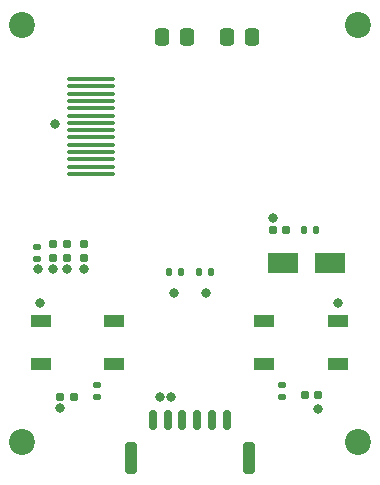
<source format=gbr>
%TF.GenerationSoftware,KiCad,Pcbnew,6.0.10-86aedd382b~118~ubuntu22.04.1*%
%TF.CreationDate,2023-02-07T20:01:53+01:00*%
%TF.ProjectId,ioBoard,696f426f-6172-4642-9e6b-696361645f70,rev?*%
%TF.SameCoordinates,Original*%
%TF.FileFunction,Soldermask,Top*%
%TF.FilePolarity,Negative*%
%FSLAX46Y46*%
G04 Gerber Fmt 4.6, Leading zero omitted, Abs format (unit mm)*
G04 Created by KiCad (PCBNEW 6.0.10-86aedd382b~118~ubuntu22.04.1) date 2023-02-07 20:01:53*
%MOMM*%
%LPD*%
G01*
G04 APERTURE LIST*
G04 Aperture macros list*
%AMRoundRect*
0 Rectangle with rounded corners*
0 $1 Rounding radius*
0 $2 $3 $4 $5 $6 $7 $8 $9 X,Y pos of 4 corners*
0 Add a 4 corners polygon primitive as box body*
4,1,4,$2,$3,$4,$5,$6,$7,$8,$9,$2,$3,0*
0 Add four circle primitives for the rounded corners*
1,1,$1+$1,$2,$3*
1,1,$1+$1,$4,$5*
1,1,$1+$1,$6,$7*
1,1,$1+$1,$8,$9*
0 Add four rect primitives between the rounded corners*
20,1,$1+$1,$2,$3,$4,$5,0*
20,1,$1+$1,$4,$5,$6,$7,0*
20,1,$1+$1,$6,$7,$8,$9,0*
20,1,$1+$1,$8,$9,$2,$3,0*%
G04 Aperture macros list end*
%ADD10RoundRect,0.150000X-0.150000X-0.700000X0.150000X-0.700000X0.150000X0.700000X-0.150000X0.700000X0*%
%ADD11RoundRect,0.250000X-0.250000X-1.100000X0.250000X-1.100000X0.250000X1.100000X-0.250000X1.100000X0*%
%ADD12RoundRect,0.155000X0.212500X0.155000X-0.212500X0.155000X-0.212500X-0.155000X0.212500X-0.155000X0*%
%ADD13RoundRect,0.250000X-0.337500X-0.475000X0.337500X-0.475000X0.337500X0.475000X-0.337500X0.475000X0*%
%ADD14RoundRect,0.135000X-0.185000X0.135000X-0.185000X-0.135000X0.185000X-0.135000X0.185000X0.135000X0*%
%ADD15R,2.500000X1.800000*%
%ADD16RoundRect,0.155000X-0.155000X0.212500X-0.155000X-0.212500X0.155000X-0.212500X0.155000X0.212500X0*%
%ADD17RoundRect,0.135000X-0.135000X-0.185000X0.135000X-0.185000X0.135000X0.185000X-0.135000X0.185000X0*%
%ADD18C,2.200000*%
%ADD19RoundRect,0.155000X-0.212500X-0.155000X0.212500X-0.155000X0.212500X0.155000X-0.212500X0.155000X0*%
%ADD20R,1.800000X1.100000*%
%ADD21RoundRect,0.087500X-1.912500X-0.087500X1.912500X-0.087500X1.912500X0.087500X-1.912500X0.087500X0*%
%ADD22RoundRect,0.135000X0.135000X0.185000X-0.135000X0.185000X-0.135000X-0.185000X0.135000X-0.185000X0*%
%ADD23C,0.800000*%
G04 APERTURE END LIST*
D10*
%TO.C,J1*%
X94385600Y-116768000D03*
X95635600Y-116768000D03*
X96885600Y-116768000D03*
X98135600Y-116768000D03*
X99385600Y-116768000D03*
X100635600Y-116768000D03*
D11*
X92535600Y-119968000D03*
X102485600Y-119968000D03*
%TD*%
D12*
%TO.C,C8*%
X108379335Y-114702000D03*
X107244335Y-114702000D03*
%TD*%
D13*
%TO.C,C1*%
X95177700Y-84328000D03*
X97252700Y-84328000D03*
%TD*%
D14*
%TO.C,R5*%
X89662000Y-113790000D03*
X89662000Y-114810000D03*
%TD*%
D15*
%TO.C,D1*%
X109410000Y-103530400D03*
X105410000Y-103530400D03*
%TD*%
D16*
%TO.C,C6*%
X87122000Y-101932665D03*
X87122000Y-103067665D03*
%TD*%
D17*
%TO.C,R1*%
X98296000Y-104292400D03*
X99316000Y-104292400D03*
%TD*%
%TO.C,R3*%
X107154000Y-100736400D03*
X108174000Y-100736400D03*
%TD*%
D14*
%TO.C,R6*%
X105282000Y-113790000D03*
X105282000Y-114810000D03*
%TD*%
D18*
%TO.C,H4*%
X111760000Y-83312000D03*
%TD*%
D13*
%TO.C,C2*%
X100664100Y-84328000D03*
X102739100Y-84328000D03*
%TD*%
D14*
%TO.C,R4*%
X84582000Y-102106000D03*
X84582000Y-103126000D03*
%TD*%
D19*
%TO.C,C7*%
X86554500Y-114808000D03*
X87689500Y-114808000D03*
%TD*%
D12*
%TO.C,C3*%
X105691500Y-100736400D03*
X104556500Y-100736400D03*
%TD*%
D18*
%TO.C,H3*%
X83312000Y-83312000D03*
%TD*%
%TO.C,H2*%
X83312000Y-118618000D03*
%TD*%
D20*
%TO.C,SW1*%
X84900000Y-108386000D03*
X91100000Y-108386000D03*
X84900000Y-112086000D03*
X91100000Y-112086000D03*
%TD*%
D18*
%TO.C,H1*%
X111760000Y-118618000D03*
%TD*%
D21*
%TO.C,J2*%
X89132400Y-87913200D03*
X89132400Y-88533200D03*
X89132400Y-89153200D03*
X89132400Y-89773200D03*
X89132400Y-90393200D03*
X89132400Y-91013200D03*
X89132400Y-91633200D03*
X89132400Y-92253200D03*
X89132400Y-92873200D03*
X89132400Y-93493200D03*
X89132400Y-94113200D03*
X89132400Y-94733200D03*
X89132400Y-95353200D03*
X89132400Y-95973200D03*
%TD*%
D16*
%TO.C,C4*%
X85894000Y-101932665D03*
X85894000Y-103067665D03*
%TD*%
D20*
%TO.C,SW2*%
X103834000Y-108386000D03*
X110034000Y-108386000D03*
X103834000Y-112086000D03*
X110034000Y-112086000D03*
%TD*%
D22*
%TO.C,R2*%
X96776000Y-104292400D03*
X95756000Y-104292400D03*
%TD*%
D16*
%TO.C,C5*%
X88540000Y-101932665D03*
X88540000Y-103067665D03*
%TD*%
D23*
X86512400Y-115773200D03*
X87113200Y-104024165D03*
X86106000Y-91694000D03*
X84836000Y-106883200D03*
X110083600Y-106883200D03*
X88535600Y-104024165D03*
X95910400Y-114858800D03*
X84624000Y-104024165D03*
X85894000Y-104024165D03*
X108356400Y-115824000D03*
X104546400Y-99720400D03*
X94996000Y-114858800D03*
X98907600Y-106070400D03*
X96136100Y-106070400D03*
M02*

</source>
